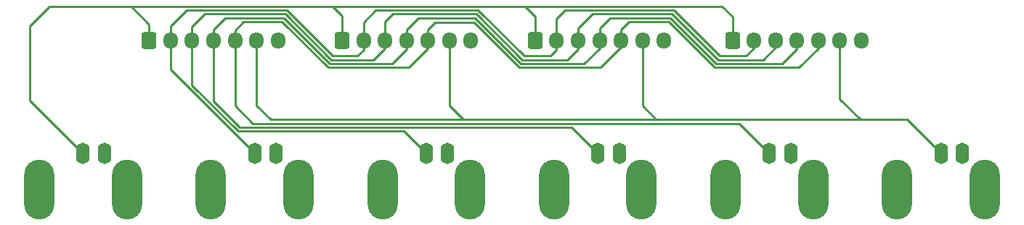
<source format=gbr>
%TF.GenerationSoftware,KiCad,Pcbnew,7.0.8*%
%TF.CreationDate,2024-02-11T23:31:29+01:00*%
%TF.ProjectId,BlankingRelay_Top1,426c616e-6b69-46e6-9752-656c61795f54,rev?*%
%TF.SameCoordinates,Original*%
%TF.FileFunction,Copper,L1,Top*%
%TF.FilePolarity,Positive*%
%FSLAX46Y46*%
G04 Gerber Fmt 4.6, Leading zero omitted, Abs format (unit mm)*
G04 Created by KiCad (PCBNEW 7.0.8) date 2024-02-11 23:31:29*
%MOMM*%
%LPD*%
G01*
G04 APERTURE LIST*
G04 Aperture macros list*
%AMRoundRect*
0 Rectangle with rounded corners*
0 $1 Rounding radius*
0 $2 $3 $4 $5 $6 $7 $8 $9 X,Y pos of 4 corners*
0 Add a 4 corners polygon primitive as box body*
4,1,4,$2,$3,$4,$5,$6,$7,$8,$9,$2,$3,0*
0 Add four circle primitives for the rounded corners*
1,1,$1+$1,$2,$3*
1,1,$1+$1,$4,$5*
1,1,$1+$1,$6,$7*
1,1,$1+$1,$8,$9*
0 Add four rect primitives between the rounded corners*
20,1,$1+$1,$2,$3,$4,$5,0*
20,1,$1+$1,$4,$5,$6,$7,0*
20,1,$1+$1,$6,$7,$8,$9,0*
20,1,$1+$1,$8,$9,$2,$3,0*%
G04 Aperture macros list end*
%TA.AperFunction,ComponentPad*%
%ADD10O,1.700000X1.950000*%
%TD*%
%TA.AperFunction,ComponentPad*%
%ADD11RoundRect,0.250000X-0.600000X-0.725000X0.600000X-0.725000X0.600000X0.725000X-0.600000X0.725000X0*%
%TD*%
%TA.AperFunction,ComponentPad*%
%ADD12O,1.600200X2.499360*%
%TD*%
%TA.AperFunction,ComponentPad*%
%ADD13O,3.500120X7.000240*%
%TD*%
%TA.AperFunction,Conductor*%
%ADD14C,0.250000*%
%TD*%
G04 APERTURE END LIST*
D10*
%TO.P,J10,7,Pin_7*%
%TO.N,GNDREF*%
X150500000Y-59500000D03*
%TO.P,J10,6,Pin_6*%
%TO.N,Blanking_Out6*%
X148000000Y-59500000D03*
%TO.P,J10,5,Pin_5*%
%TO.N,Blanking_Out5*%
X145500000Y-59500000D03*
%TO.P,J10,4,Pin_4*%
%TO.N,Blanking_Out4*%
X143000000Y-59500000D03*
%TO.P,J10,3,Pin_3*%
%TO.N,Blanking_Out3*%
X140500000Y-59500000D03*
%TO.P,J10,2,Pin_2*%
%TO.N,Blanking_Out2*%
X138000000Y-59500000D03*
D11*
%TO.P,J10,1,Pin_1*%
%TO.N,Blanking_Out1*%
X135500000Y-59500000D03*
%TD*%
D10*
%TO.P,J9,7,Pin_7*%
%TO.N,GNDREF*%
X127500000Y-59500000D03*
%TO.P,J9,6,Pin_6*%
%TO.N,Blanking_Out6*%
X125000000Y-59500000D03*
%TO.P,J9,5,Pin_5*%
%TO.N,Blanking_Out5*%
X122500000Y-59500000D03*
%TO.P,J9,4,Pin_4*%
%TO.N,Blanking_Out4*%
X120000000Y-59500000D03*
%TO.P,J9,3,Pin_3*%
%TO.N,Blanking_Out3*%
X117500000Y-59500000D03*
%TO.P,J9,2,Pin_2*%
%TO.N,Blanking_Out2*%
X115000000Y-59500000D03*
D11*
%TO.P,J9,1,Pin_1*%
%TO.N,Blanking_Out1*%
X112500000Y-59500000D03*
%TD*%
%TO.P,J8,1,Pin_1*%
%TO.N,Blanking_Out1*%
X90000000Y-59500000D03*
D10*
%TO.P,J8,2,Pin_2*%
%TO.N,Blanking_Out2*%
X92500000Y-59500000D03*
%TO.P,J8,3,Pin_3*%
%TO.N,Blanking_Out3*%
X95000000Y-59500000D03*
%TO.P,J8,4,Pin_4*%
%TO.N,Blanking_Out4*%
X97500000Y-59500000D03*
%TO.P,J8,5,Pin_5*%
%TO.N,Blanking_Out5*%
X100000000Y-59500000D03*
%TO.P,J8,6,Pin_6*%
%TO.N,Blanking_Out6*%
X102500000Y-59500000D03*
%TO.P,J8,7,Pin_7*%
%TO.N,GNDREF*%
X105000000Y-59500000D03*
%TD*%
D11*
%TO.P,J1,1,Pin_1*%
%TO.N,Blanking_Out1*%
X67500000Y-59500000D03*
D10*
%TO.P,J1,2,Pin_2*%
%TO.N,Blanking_Out2*%
X70000000Y-59500000D03*
%TO.P,J1,3,Pin_3*%
%TO.N,Blanking_Out3*%
X72500000Y-59500000D03*
%TO.P,J1,4,Pin_4*%
%TO.N,Blanking_Out4*%
X75000000Y-59500000D03*
%TO.P,J1,5,Pin_5*%
%TO.N,Blanking_Out5*%
X77500000Y-59500000D03*
%TO.P,J1,6,Pin_6*%
%TO.N,Blanking_Out6*%
X80000000Y-59500000D03*
%TO.P,J1,7,Pin_7*%
%TO.N,GNDREF*%
X82500000Y-59500000D03*
%TD*%
D12*
%TO.P,J6,2,Ext*%
%TO.N,GNDREF*%
X142299360Y-72698740D03*
D13*
X144897780Y-76963400D03*
X134699680Y-76963400D03*
D12*
%TO.P,J6,1,In*%
%TO.N,Blanking_Out5*%
X139800000Y-72698740D03*
%TD*%
D13*
%TO.P,J7,2,Ext*%
%TO.N,GNDREF*%
X164897780Y-76963400D03*
D12*
X162299360Y-72698740D03*
D13*
X154699680Y-76963400D03*
D12*
%TO.P,J7,1,In*%
%TO.N,Blanking_Out6*%
X159800000Y-72698740D03*
%TD*%
%TO.P,J5,2,Ext*%
%TO.N,GNDREF*%
X122299360Y-72698740D03*
D13*
X114699680Y-76963400D03*
X124897780Y-76963400D03*
D12*
%TO.P,J5,1,In*%
%TO.N,Blanking_Out4*%
X119800000Y-72698740D03*
%TD*%
D13*
%TO.P,J3,2,Ext*%
%TO.N,GNDREF*%
X74699680Y-76963400D03*
D12*
X82299360Y-72698740D03*
D13*
X84897780Y-76963400D03*
D12*
%TO.P,J3,1,In*%
%TO.N,Blanking_Out2*%
X79800000Y-72698740D03*
%TD*%
%TO.P,J4,2,Ext*%
%TO.N,GNDREF*%
X102299360Y-72698740D03*
D13*
X94699680Y-76963400D03*
X104897780Y-76963400D03*
D12*
%TO.P,J4,1,In*%
%TO.N,Blanking_Out3*%
X99800000Y-72698740D03*
%TD*%
D13*
%TO.P,J2,2,Ext*%
%TO.N,GNDREF*%
X54699680Y-76963400D03*
X64897780Y-76963400D03*
D12*
X62299360Y-72698740D03*
%TO.P,J2,1,In*%
%TO.N,Blanking_Out1*%
X59800000Y-72698740D03*
%TD*%
D14*
%TO.N,Blanking_Out6*%
X148000000Y-66350000D02*
X150400000Y-68750000D01*
X148000000Y-59500000D02*
X148000000Y-66350000D01*
X150400000Y-68750000D02*
X155851260Y-68750000D01*
X126600000Y-68750000D02*
X150400000Y-68750000D01*
X125000000Y-67150000D02*
X126600000Y-68750000D01*
X104100000Y-68750000D02*
X126600000Y-68750000D01*
X125000000Y-59500000D02*
X125000000Y-67150000D01*
X102500000Y-67150000D02*
X104100000Y-68750000D01*
X81650000Y-68750000D02*
X104100000Y-68750000D01*
X102500000Y-59500000D02*
X102500000Y-67150000D01*
X155851260Y-68750000D02*
X159800000Y-72698740D01*
X80000000Y-67100000D02*
X81650000Y-68750000D01*
X80000000Y-59500000D02*
X80000000Y-67100000D01*
%TO.N,Blanking_Out5*%
X79600000Y-69200000D02*
X136301260Y-69200000D01*
X77500000Y-67100000D02*
X79600000Y-69200000D01*
X77500000Y-59500000D02*
X77500000Y-67100000D01*
X136301260Y-69200000D02*
X139800000Y-72698740D01*
X145500000Y-60400000D02*
X145500000Y-59500000D01*
X143250000Y-62650000D02*
X145500000Y-60400000D01*
X133440812Y-62650000D02*
X143250000Y-62650000D01*
X128090812Y-57300000D02*
X133440812Y-62650000D01*
X123400000Y-57300000D02*
X128090812Y-57300000D01*
X122500000Y-58200000D02*
X123400000Y-57300000D01*
X122500000Y-59500000D02*
X122500000Y-58200000D01*
X122500000Y-60300000D02*
X122500000Y-59500000D01*
X110640812Y-62650000D02*
X120150000Y-62650000D01*
X105390812Y-57400000D02*
X110640812Y-62650000D01*
X100800000Y-57400000D02*
X105390812Y-57400000D01*
X100000000Y-58200000D02*
X100800000Y-57400000D01*
X100000000Y-59500000D02*
X100000000Y-58200000D01*
X120150000Y-62650000D02*
X122500000Y-60300000D01*
X100000000Y-60400000D02*
X100000000Y-59500000D01*
X97750000Y-62650000D02*
X100000000Y-60400000D01*
X88340812Y-62650000D02*
X97750000Y-62650000D01*
X82990812Y-57300000D02*
X88340812Y-62650000D01*
X78500000Y-57300000D02*
X82990812Y-57300000D01*
X77500000Y-58300000D02*
X78500000Y-57300000D01*
X77500000Y-59500000D02*
X77500000Y-58300000D01*
%TO.N,Blanking_Out4*%
X143000000Y-60500000D02*
X143000000Y-59500000D01*
X141300000Y-62200000D02*
X143000000Y-60500000D01*
X133627208Y-62200000D02*
X141300000Y-62200000D01*
X128277208Y-56850000D02*
X133627208Y-62200000D01*
X121250000Y-56850000D02*
X128277208Y-56850000D01*
X120000000Y-58100000D02*
X121250000Y-56850000D01*
X120000000Y-59500000D02*
X120000000Y-58100000D01*
X120000000Y-60400000D02*
X120000000Y-59500000D01*
X118200000Y-62200000D02*
X120000000Y-60400000D01*
X110827208Y-62200000D02*
X118200000Y-62200000D01*
X105477208Y-56850000D02*
X110827208Y-62200000D01*
X98850000Y-56850000D02*
X105477208Y-56850000D01*
X97500000Y-58200000D02*
X98850000Y-56850000D01*
X97500000Y-59500000D02*
X97500000Y-58200000D01*
X97500000Y-60500000D02*
X97500000Y-59500000D01*
X95800000Y-62200000D02*
X97500000Y-60500000D01*
X88527208Y-62200000D02*
X95800000Y-62200000D01*
X83177208Y-56850000D02*
X88527208Y-62200000D01*
X76350000Y-56850000D02*
X83177208Y-56850000D01*
X75000000Y-58200000D02*
X76350000Y-56850000D01*
X75000000Y-59500000D02*
X75000000Y-58200000D01*
X75000000Y-66625948D02*
X75000000Y-59500000D01*
X78024052Y-69650000D02*
X75000000Y-66625948D01*
X116751260Y-69650000D02*
X78024052Y-69650000D01*
X119800000Y-72698740D02*
X116751260Y-69650000D01*
%TO.N,Blanking_Out3*%
X140500000Y-60300000D02*
X140500000Y-59500000D01*
X139050000Y-61750000D02*
X140500000Y-60300000D01*
X133813604Y-61750000D02*
X139050000Y-61750000D01*
X128463604Y-56400000D02*
X133813604Y-61750000D01*
X119200000Y-56400000D02*
X128463604Y-56400000D01*
X117500000Y-58100000D02*
X119200000Y-56400000D01*
X117500000Y-59500000D02*
X117500000Y-58100000D01*
X117500000Y-60500000D02*
X117500000Y-59500000D01*
X116250000Y-61750000D02*
X117500000Y-60500000D01*
X105663604Y-56400000D02*
X111013604Y-61750000D01*
X111013604Y-61750000D02*
X116250000Y-61750000D01*
X95000000Y-59500000D02*
X95000000Y-57300000D01*
X95000000Y-57300000D02*
X95900000Y-56400000D01*
X95900000Y-56400000D02*
X105663604Y-56400000D01*
X95000000Y-60400000D02*
X95000000Y-59500000D01*
X93650000Y-61750000D02*
X95000000Y-60400000D01*
X88713604Y-61750000D02*
X93650000Y-61750000D01*
X83363604Y-56400000D02*
X88713604Y-61750000D01*
X74000000Y-56400000D02*
X83363604Y-56400000D01*
X72500000Y-57900000D02*
X74000000Y-56400000D01*
X72500000Y-59500000D02*
X72500000Y-57900000D01*
X72500000Y-64762344D02*
X72500000Y-59500000D01*
X77837656Y-70100000D02*
X72500000Y-64762344D01*
X99800000Y-72698740D02*
X97201260Y-70100000D01*
X97201260Y-70100000D02*
X77837656Y-70100000D01*
%TO.N,Blanking_Out2*%
X138000000Y-60400000D02*
X138000000Y-59500000D01*
X137100000Y-61300000D02*
X138000000Y-60400000D01*
X134000000Y-61300000D02*
X137100000Y-61300000D01*
X128650000Y-55950000D02*
X134000000Y-61300000D01*
X116000000Y-55950000D02*
X128650000Y-55950000D01*
X115000000Y-56950000D02*
X116000000Y-55950000D01*
X115000000Y-59500000D02*
X115000000Y-56950000D01*
X92500000Y-60600000D02*
X92500000Y-59500000D01*
X88900000Y-61300000D02*
X91800000Y-61300000D01*
X91800000Y-61300000D02*
X92500000Y-60600000D01*
X70000000Y-57850000D02*
X71900000Y-55950000D01*
X70000000Y-59500000D02*
X70000000Y-57850000D01*
X71900000Y-55950000D02*
X83550000Y-55950000D01*
X83550000Y-55950000D02*
X88900000Y-61300000D01*
X115000000Y-59500000D02*
X115000000Y-60600000D01*
X115000000Y-60600000D02*
X114300000Y-61300000D01*
X111200000Y-61300000D02*
X114300000Y-61300000D01*
X93900000Y-55950000D02*
X105850000Y-55950000D01*
X92500000Y-59500000D02*
X92500000Y-57350000D01*
X92500000Y-57350000D02*
X93900000Y-55950000D01*
X105850000Y-55950000D02*
X111200000Y-61300000D01*
X70000000Y-62898740D02*
X70000000Y-59500000D01*
X79800000Y-72698740D02*
X70000000Y-62898740D01*
%TO.N,Blanking_Out1*%
X134300000Y-55500000D02*
X135500000Y-56700000D01*
X135500000Y-56700000D02*
X135500000Y-59500000D01*
X109900000Y-55500000D02*
X134300000Y-55500000D01*
X109900000Y-55500000D02*
X111300000Y-55500000D01*
X86300000Y-55500000D02*
X109900000Y-55500000D01*
X111300000Y-55500000D02*
X112500000Y-56700000D01*
X86300000Y-55500000D02*
X88900000Y-55500000D01*
X64500000Y-55500000D02*
X86300000Y-55500000D01*
X112500000Y-56700000D02*
X112500000Y-59500000D01*
X90000000Y-56600000D02*
X90000000Y-59500000D01*
X88900000Y-55500000D02*
X90000000Y-56600000D01*
X64500000Y-55500000D02*
X65400000Y-55500000D01*
X55900000Y-55500000D02*
X64500000Y-55500000D01*
X67500000Y-57600000D02*
X67500000Y-59500000D01*
X65400000Y-55500000D02*
X67500000Y-57600000D01*
X53600000Y-57800000D02*
X55900000Y-55500000D01*
X53600000Y-66498740D02*
X53600000Y-57800000D01*
X59800000Y-72698740D02*
X53600000Y-66498740D01*
%TO.N,Blanking_Out3*%
X99800000Y-71700000D02*
X99800000Y-72698740D01*
%TD*%
M02*

</source>
